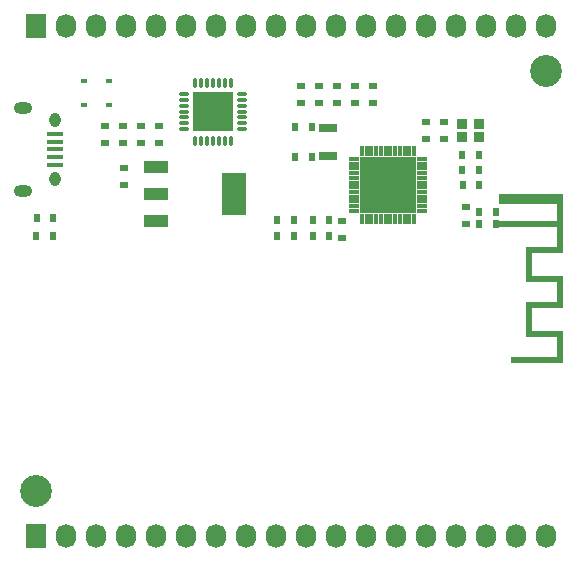
<source format=gts>
G04 #@! TF.FileFunction,Soldermask,Top*
%FSLAX46Y46*%
G04 Gerber Fmt 4.6, Leading zero omitted, Abs format (unit mm)*
G04 Created by KiCad (PCBNEW (2016-06-08 BZR 6904)-stable) date Sat Jun 25 00:42:27 2016*
%MOMM*%
%LPD*%
G01*
G04 APERTURE LIST*
%ADD10C,0.152400*%
%ADD11C,2.700000*%
%ADD12R,0.590000X0.450000*%
%ADD13R,0.600000X0.800000*%
%ADD14R,1.727200X2.032000*%
%ADD15O,1.727200X2.032000*%
%ADD16R,2.032000X3.657600*%
%ADD17R,2.032000X1.016000*%
%ADD18R,0.800000X0.600000*%
%ADD19R,1.680000X1.680000*%
%ADD20R,0.840000X0.410000*%
%ADD21R,0.410000X0.840000*%
%ADD22R,1.500000X0.800000*%
%ADD23R,0.950000X0.850000*%
%ADD24O,0.850000X0.300000*%
%ADD25O,0.300000X0.850000*%
%ADD26R,1.675000X1.675000*%
%ADD27R,1.350000X0.400000*%
%ADD28O,0.950000X1.250000*%
%ADD29O,1.550000X1.000000*%
%ADD30R,0.500000X0.500000*%
%ADD31R,0.500000X0.900000*%
G04 APERTURE END LIST*
D10*
G36*
X72091000Y-44464000D02*
X67191000Y-44464000D01*
X67191000Y-44964000D01*
X72091000Y-44964000D01*
X72091000Y-44464000D01*
X72091000Y-44464000D01*
G37*
G36*
X72091000Y-42164000D02*
X67191000Y-42164000D01*
X67191000Y-43064000D01*
X72091000Y-43064000D01*
X72091000Y-42164000D01*
X72091000Y-42164000D01*
G37*
G36*
X72591000Y-42164000D02*
X72091000Y-42164000D01*
X72091000Y-47164000D01*
X72591000Y-47164000D01*
X72591000Y-42164000D01*
X72591000Y-42164000D01*
G37*
G36*
X72091000Y-46664000D02*
X69451000Y-46664000D01*
X69451000Y-47164000D01*
X72091000Y-47164000D01*
X72091000Y-46664000D01*
X72091000Y-46664000D01*
G37*
G36*
X69951000Y-47164000D02*
X69451000Y-47164000D01*
X69451000Y-49164000D01*
X69951000Y-49164000D01*
X69951000Y-47164000D01*
X69951000Y-47164000D01*
G37*
G36*
X72091000Y-49114000D02*
X69451000Y-49114000D01*
X69451000Y-49614000D01*
X72091000Y-49614000D01*
X72091000Y-49114000D01*
X72091000Y-49114000D01*
G37*
G36*
X72591000Y-49114000D02*
X72091000Y-49114000D01*
X72091000Y-51814000D01*
X72591000Y-51814000D01*
X72591000Y-49114000D01*
X72591000Y-49114000D01*
G37*
G36*
X72091000Y-51314000D02*
X69451000Y-51314000D01*
X69451000Y-51814000D01*
X72091000Y-51814000D01*
X72091000Y-51314000D01*
X72091000Y-51314000D01*
G37*
G36*
X69951000Y-51814000D02*
X69451000Y-51814000D01*
X69451000Y-53814000D01*
X69951000Y-53814000D01*
X69951000Y-51814000D01*
X69951000Y-51814000D01*
G37*
G36*
X72091000Y-53814000D02*
X69451000Y-53814000D01*
X69451000Y-54314000D01*
X72091000Y-54314000D01*
X72091000Y-53814000D01*
X72091000Y-53814000D01*
G37*
G36*
X72591000Y-53814000D02*
X72091000Y-53814000D01*
X72091000Y-56514000D01*
X72591000Y-56514000D01*
X72591000Y-53814000D01*
X72591000Y-53814000D01*
G37*
G36*
X72091000Y-56014000D02*
X68151000Y-56014000D01*
X68151000Y-56514000D01*
X72091000Y-56514000D01*
X72091000Y-56014000D01*
X72091000Y-56014000D01*
G37*
D11*
X27940000Y-67310000D03*
D12*
X34114000Y-34671000D03*
X32004000Y-34671000D03*
D13*
X64070000Y-41402000D03*
X65470000Y-41402000D03*
D14*
X27940000Y-27940000D03*
D15*
X30480000Y-27940000D03*
X33020000Y-27940000D03*
X35560000Y-27940000D03*
X38100000Y-27940000D03*
X40640000Y-27940000D03*
X43180000Y-27940000D03*
X45720000Y-27940000D03*
X48260000Y-27940000D03*
X50800000Y-27940000D03*
X53340000Y-27940000D03*
X55880000Y-27940000D03*
X58420000Y-27940000D03*
X60960000Y-27940000D03*
X63500000Y-27940000D03*
X66040000Y-27940000D03*
X68580000Y-27940000D03*
X71120000Y-27940000D03*
D16*
X44704000Y-42164000D03*
D17*
X38100000Y-42164000D03*
X38100000Y-44450000D03*
X38100000Y-39878000D03*
D13*
X48385500Y-44386500D03*
X49785500Y-44386500D03*
X51371500Y-44386500D03*
X52771500Y-44386500D03*
D18*
X35306000Y-37847500D03*
X35306000Y-36447500D03*
X36830000Y-37847500D03*
X36830000Y-36447500D03*
X38354000Y-37847500D03*
X38354000Y-36447500D03*
X56515000Y-34482000D03*
X56515000Y-33082000D03*
X53467000Y-34482000D03*
X53467000Y-33082000D03*
X54991000Y-33082000D03*
X54991000Y-34482000D03*
D19*
X57760500Y-42947500D03*
X59280500Y-41427500D03*
X56240500Y-41427500D03*
X57760500Y-41427500D03*
X57760500Y-39907500D03*
D20*
X54900500Y-39227500D03*
X54900500Y-39627500D03*
X54900500Y-40027500D03*
X54900500Y-40427500D03*
X54900500Y-40827500D03*
X54900500Y-41227500D03*
X54900500Y-41627500D03*
X54900500Y-42027500D03*
X54900500Y-42427500D03*
X54900500Y-42827500D03*
X54900500Y-43227500D03*
X54900500Y-43627500D03*
D21*
X55560500Y-44287500D03*
X55960500Y-44287500D03*
X56360500Y-44287500D03*
X56760500Y-44287500D03*
X57160500Y-44287500D03*
X57560500Y-44287500D03*
X57960500Y-44287500D03*
X58360500Y-44287500D03*
X58760500Y-44287500D03*
X59160500Y-44287500D03*
X59560500Y-44287500D03*
X59960500Y-44287500D03*
D20*
X60620500Y-43627500D03*
X60620500Y-43227500D03*
X60620500Y-42827500D03*
X60620500Y-42427500D03*
X60620500Y-42027500D03*
X60620500Y-41627500D03*
X60620500Y-41227500D03*
X60620500Y-40827500D03*
X60620500Y-40427500D03*
X60620500Y-40027500D03*
X60620500Y-39627500D03*
X60620500Y-39227500D03*
D21*
X59960500Y-38567500D03*
X59560500Y-38567500D03*
X59160500Y-38567500D03*
X58760500Y-38567500D03*
X58360500Y-38567500D03*
X57960500Y-38567500D03*
X57560500Y-38567500D03*
X57160500Y-38567500D03*
X56760500Y-38567500D03*
X56360500Y-38567500D03*
X55960500Y-38567500D03*
X55560500Y-38567500D03*
D19*
X56240500Y-39907500D03*
X59280500Y-39907500D03*
X59280500Y-42947500D03*
X56240500Y-42947500D03*
D22*
X52641500Y-36582500D03*
X52641500Y-38982500D03*
D23*
X65458000Y-37401500D03*
X65458000Y-36251500D03*
X64008000Y-36251500D03*
X64008000Y-37401500D03*
D13*
X49909500Y-36512500D03*
X51309500Y-36512500D03*
X51309500Y-39052500D03*
X49909500Y-39052500D03*
D18*
X53848000Y-44512000D03*
X53848000Y-45912000D03*
X60960000Y-37528500D03*
X60960000Y-36128500D03*
X51943000Y-34482000D03*
X51943000Y-33082000D03*
X50419000Y-34482000D03*
X50419000Y-33082000D03*
D13*
X64045500Y-40157500D03*
X65445500Y-40157500D03*
X64045500Y-38887500D03*
X65445500Y-38887500D03*
D18*
X62484000Y-36128500D03*
X62484000Y-37528500D03*
X64389000Y-44704000D03*
X64389000Y-43304000D03*
D13*
X66867000Y-43688000D03*
X65467000Y-43688000D03*
X65467000Y-44704000D03*
X66867000Y-44704000D03*
D18*
X35369500Y-41403500D03*
X35369500Y-40003500D03*
X33782000Y-37847500D03*
X33782000Y-36447500D03*
D13*
X48385500Y-45783500D03*
X49785500Y-45783500D03*
X51371500Y-45783500D03*
X52771500Y-45783500D03*
D24*
X40476000Y-33716000D03*
X40476000Y-34216000D03*
X40476000Y-34716000D03*
X40476000Y-35216000D03*
X40476000Y-35716000D03*
X40476000Y-36216000D03*
X40476000Y-36716000D03*
D25*
X41426000Y-37666000D03*
X41926000Y-37666000D03*
X42426000Y-37666000D03*
X42926000Y-37666000D03*
X43426000Y-37666000D03*
X43926000Y-37666000D03*
X44426000Y-37666000D03*
D24*
X45376000Y-36716000D03*
X45376000Y-36216000D03*
X45376000Y-35716000D03*
X45376000Y-35216000D03*
X45376000Y-34716000D03*
X45376000Y-34216000D03*
X45376000Y-33716000D03*
D25*
X44426000Y-32766000D03*
X43926000Y-32766000D03*
X43426000Y-32766000D03*
X42926000Y-32766000D03*
X42426000Y-32766000D03*
X41926000Y-32766000D03*
X41426000Y-32766000D03*
D26*
X43763500Y-36053500D03*
X43763500Y-34378500D03*
X42088500Y-36053500D03*
X42088500Y-34378500D03*
D14*
X27940000Y-71120000D03*
D15*
X30480000Y-71120000D03*
X33020000Y-71120000D03*
X35560000Y-71120000D03*
X38100000Y-71120000D03*
X40640000Y-71120000D03*
X43180000Y-71120000D03*
X45720000Y-71120000D03*
X48260000Y-71120000D03*
X50800000Y-71120000D03*
X53340000Y-71120000D03*
X55880000Y-71120000D03*
X58420000Y-71120000D03*
X60960000Y-71120000D03*
X63500000Y-71120000D03*
X66040000Y-71120000D03*
X68580000Y-71120000D03*
X71120000Y-71120000D03*
D27*
X29547800Y-37110000D03*
X29547800Y-37760000D03*
X29547800Y-38410000D03*
X29547800Y-39060000D03*
X29547800Y-39710000D03*
D28*
X29547800Y-35910000D03*
X29547800Y-40910000D03*
D29*
X26847800Y-34910000D03*
X26847800Y-41910000D03*
D30*
X67441000Y-44714000D03*
D31*
X67441000Y-42614000D03*
D12*
X34114000Y-32639000D03*
X32004000Y-32639000D03*
D11*
X71120000Y-31750000D03*
D13*
X27977000Y-45720000D03*
X29427000Y-45720000D03*
X29402000Y-44196000D03*
X28002000Y-44196000D03*
M02*

</source>
